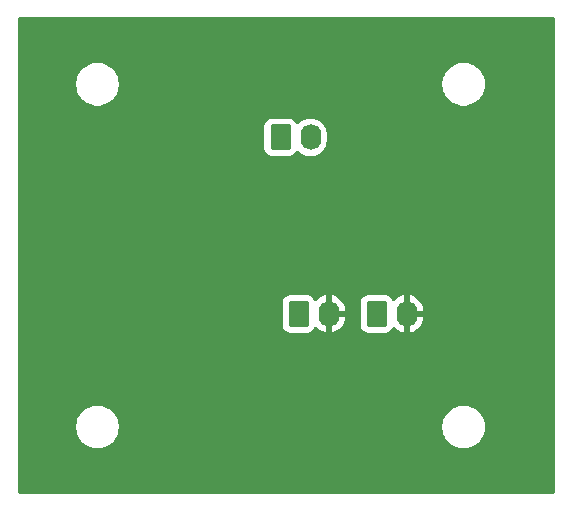
<source format=gbr>
G04 #@! TF.GenerationSoftware,KiCad,Pcbnew,8.0.0*
G04 #@! TF.CreationDate,2024-03-03T20:56:18-06:00*
G04 #@! TF.ProjectId,Haptic Feeback board,48617074-6963-4204-9665-656261636b20,rev?*
G04 #@! TF.SameCoordinates,Original*
G04 #@! TF.FileFunction,Copper,L2,Bot*
G04 #@! TF.FilePolarity,Positive*
%FSLAX46Y46*%
G04 Gerber Fmt 4.6, Leading zero omitted, Abs format (unit mm)*
G04 Created by KiCad (PCBNEW 8.0.0) date 2024-03-03 20:56:18*
%MOMM*%
%LPD*%
G01*
G04 APERTURE LIST*
G04 Aperture macros list*
%AMRoundRect*
0 Rectangle with rounded corners*
0 $1 Rounding radius*
0 $2 $3 $4 $5 $6 $7 $8 $9 X,Y pos of 4 corners*
0 Add a 4 corners polygon primitive as box body*
4,1,4,$2,$3,$4,$5,$6,$7,$8,$9,$2,$3,0*
0 Add four circle primitives for the rounded corners*
1,1,$1+$1,$2,$3*
1,1,$1+$1,$4,$5*
1,1,$1+$1,$6,$7*
1,1,$1+$1,$8,$9*
0 Add four rect primitives between the rounded corners*
20,1,$1+$1,$2,$3,$4,$5,0*
20,1,$1+$1,$4,$5,$6,$7,0*
20,1,$1+$1,$6,$7,$8,$9,0*
20,1,$1+$1,$8,$9,$2,$3,0*%
G04 Aperture macros list end*
G04 #@! TA.AperFunction,ComponentPad*
%ADD10RoundRect,0.250000X-0.620000X-0.845000X0.620000X-0.845000X0.620000X0.845000X-0.620000X0.845000X0*%
G04 #@! TD*
G04 #@! TA.AperFunction,ComponentPad*
%ADD11O,1.740000X2.190000*%
G04 #@! TD*
G04 #@! TA.AperFunction,ViaPad*
%ADD12C,0.800000*%
G04 #@! TD*
G04 APERTURE END LIST*
D10*
G04 #@! TO.P,J2,1,Pin_1*
G04 #@! TO.N,/MCU*
X140995400Y-87497600D03*
D11*
G04 #@! TO.P,J2,2,Pin_2*
G04 #@! TO.N,/GPIO*
X143535400Y-87497600D03*
G04 #@! TD*
D10*
G04 #@! TO.P,M2,1,Pin_1*
G04 #@! TO.N,/Motor1*
X149148800Y-102438200D03*
D11*
G04 #@! TO.P,M2,2,Pin_2*
G04 #@! TO.N,GND*
X151688800Y-102438200D03*
G04 #@! TD*
D10*
G04 #@! TO.P,M1,1,Pin_1*
G04 #@! TO.N,/Motor1*
X142544800Y-102432800D03*
D11*
G04 #@! TO.P,M1,2,Pin_2*
G04 #@! TO.N,GND*
X145084800Y-102432800D03*
G04 #@! TD*
D12*
G04 #@! TO.N,GND*
X132500000Y-88000000D03*
X140500000Y-107500000D03*
X141000000Y-95000000D03*
X152000000Y-88000000D03*
G04 #@! TD*
G04 #@! TA.AperFunction,Conductor*
G04 #@! TO.N,GND*
G36*
X164142539Y-77320185D02*
G01*
X164188294Y-77372989D01*
X164199500Y-77424500D01*
X164199500Y-117575500D01*
X164179815Y-117642539D01*
X164127011Y-117688294D01*
X164075500Y-117699500D01*
X118924500Y-117699500D01*
X118857461Y-117679815D01*
X118811706Y-117627011D01*
X118800500Y-117575500D01*
X118800500Y-112118004D01*
X123699500Y-112118004D01*
X123699501Y-112118020D01*
X123730306Y-112352010D01*
X123791394Y-112579993D01*
X123881714Y-112798045D01*
X123881719Y-112798056D01*
X123952677Y-112920957D01*
X123999727Y-113002450D01*
X123999729Y-113002453D01*
X123999730Y-113002454D01*
X124143406Y-113189697D01*
X124143412Y-113189704D01*
X124310295Y-113356587D01*
X124310301Y-113356592D01*
X124497550Y-113500273D01*
X124628918Y-113576118D01*
X124701943Y-113618280D01*
X124701948Y-113618282D01*
X124701951Y-113618284D01*
X124920007Y-113708606D01*
X125147986Y-113769693D01*
X125381989Y-113800500D01*
X125381996Y-113800500D01*
X125618004Y-113800500D01*
X125618011Y-113800500D01*
X125852014Y-113769693D01*
X126079993Y-113708606D01*
X126298049Y-113618284D01*
X126502450Y-113500273D01*
X126689699Y-113356592D01*
X126856592Y-113189699D01*
X127000273Y-113002450D01*
X127118284Y-112798049D01*
X127208606Y-112579993D01*
X127269693Y-112352014D01*
X127300500Y-112118011D01*
X127300500Y-112118004D01*
X154699500Y-112118004D01*
X154699501Y-112118020D01*
X154730306Y-112352010D01*
X154791394Y-112579993D01*
X154881714Y-112798045D01*
X154881719Y-112798056D01*
X154952677Y-112920957D01*
X154999727Y-113002450D01*
X154999729Y-113002453D01*
X154999730Y-113002454D01*
X155143406Y-113189697D01*
X155143412Y-113189704D01*
X155310295Y-113356587D01*
X155310301Y-113356592D01*
X155497550Y-113500273D01*
X155628918Y-113576118D01*
X155701943Y-113618280D01*
X155701948Y-113618282D01*
X155701951Y-113618284D01*
X155920007Y-113708606D01*
X156147986Y-113769693D01*
X156381989Y-113800500D01*
X156381996Y-113800500D01*
X156618004Y-113800500D01*
X156618011Y-113800500D01*
X156852014Y-113769693D01*
X157079993Y-113708606D01*
X157298049Y-113618284D01*
X157502450Y-113500273D01*
X157689699Y-113356592D01*
X157856592Y-113189699D01*
X158000273Y-113002450D01*
X158118284Y-112798049D01*
X158208606Y-112579993D01*
X158269693Y-112352014D01*
X158300500Y-112118011D01*
X158300500Y-111881989D01*
X158269693Y-111647986D01*
X158208606Y-111420007D01*
X158118284Y-111201951D01*
X158118282Y-111201948D01*
X158118280Y-111201943D01*
X158076118Y-111128918D01*
X158000273Y-110997550D01*
X157856592Y-110810301D01*
X157856587Y-110810295D01*
X157689704Y-110643412D01*
X157689697Y-110643406D01*
X157502454Y-110499730D01*
X157502453Y-110499729D01*
X157502450Y-110499727D01*
X157420957Y-110452677D01*
X157298056Y-110381719D01*
X157298045Y-110381714D01*
X157079993Y-110291394D01*
X156852010Y-110230306D01*
X156618020Y-110199501D01*
X156618017Y-110199500D01*
X156618011Y-110199500D01*
X156381989Y-110199500D01*
X156381983Y-110199500D01*
X156381979Y-110199501D01*
X156147989Y-110230306D01*
X155920006Y-110291394D01*
X155701954Y-110381714D01*
X155701943Y-110381719D01*
X155497545Y-110499730D01*
X155310302Y-110643406D01*
X155310295Y-110643412D01*
X155143412Y-110810295D01*
X155143406Y-110810302D01*
X154999730Y-110997545D01*
X154881719Y-111201943D01*
X154881714Y-111201954D01*
X154791394Y-111420006D01*
X154730306Y-111647989D01*
X154699501Y-111881979D01*
X154699500Y-111881995D01*
X154699500Y-112118004D01*
X127300500Y-112118004D01*
X127300500Y-111881989D01*
X127269693Y-111647986D01*
X127208606Y-111420007D01*
X127118284Y-111201951D01*
X127118282Y-111201948D01*
X127118280Y-111201943D01*
X127076118Y-111128918D01*
X127000273Y-110997550D01*
X126856592Y-110810301D01*
X126856587Y-110810295D01*
X126689704Y-110643412D01*
X126689697Y-110643406D01*
X126502454Y-110499730D01*
X126502453Y-110499729D01*
X126502450Y-110499727D01*
X126420957Y-110452677D01*
X126298056Y-110381719D01*
X126298045Y-110381714D01*
X126079993Y-110291394D01*
X125852010Y-110230306D01*
X125618020Y-110199501D01*
X125618017Y-110199500D01*
X125618011Y-110199500D01*
X125381989Y-110199500D01*
X125381983Y-110199500D01*
X125381979Y-110199501D01*
X125147989Y-110230306D01*
X124920006Y-110291394D01*
X124701954Y-110381714D01*
X124701943Y-110381719D01*
X124497545Y-110499730D01*
X124310302Y-110643406D01*
X124310295Y-110643412D01*
X124143412Y-110810295D01*
X124143406Y-110810302D01*
X123999730Y-110997545D01*
X123881719Y-111201943D01*
X123881714Y-111201954D01*
X123791394Y-111420006D01*
X123730306Y-111647989D01*
X123699501Y-111881979D01*
X123699500Y-111881995D01*
X123699500Y-112118004D01*
X118800500Y-112118004D01*
X118800500Y-103327801D01*
X141174300Y-103327801D01*
X141174301Y-103327818D01*
X141184800Y-103430596D01*
X141184801Y-103430599D01*
X141222574Y-103544588D01*
X141239986Y-103597134D01*
X141332088Y-103746456D01*
X141456144Y-103870512D01*
X141605466Y-103962614D01*
X141772003Y-104017799D01*
X141874791Y-104028300D01*
X143214808Y-104028299D01*
X143317597Y-104017799D01*
X143484134Y-103962614D01*
X143633456Y-103870512D01*
X143757512Y-103746456D01*
X143849614Y-103597134D01*
X143849617Y-103597123D01*
X143850153Y-103595977D01*
X143850734Y-103595316D01*
X143853405Y-103590987D01*
X143854144Y-103591443D01*
X143896321Y-103543534D01*
X143963513Y-103524377D01*
X144030396Y-103544588D01*
X144050220Y-103560692D01*
X144192302Y-103702774D01*
X144366763Y-103829528D01*
X144558898Y-103927427D01*
X144763990Y-103994066D01*
X144834800Y-104005281D01*
X144834800Y-102975509D01*
X144855139Y-102987252D01*
X145006467Y-103027800D01*
X145163133Y-103027800D01*
X145314461Y-102987252D01*
X145334800Y-102975509D01*
X145334800Y-104005280D01*
X145405609Y-103994066D01*
X145610701Y-103927427D01*
X145802836Y-103829528D01*
X145977296Y-103702774D01*
X145977297Y-103702774D01*
X146129774Y-103550297D01*
X146129774Y-103550296D01*
X146256528Y-103375836D01*
X146278252Y-103333201D01*
X147778300Y-103333201D01*
X147778301Y-103333218D01*
X147788800Y-103435996D01*
X147788801Y-103435999D01*
X147826574Y-103549988D01*
X147843986Y-103602534D01*
X147936088Y-103751856D01*
X148060144Y-103875912D01*
X148209466Y-103968014D01*
X148376003Y-104023199D01*
X148478791Y-104033700D01*
X149818808Y-104033699D01*
X149921597Y-104023199D01*
X150088134Y-103968014D01*
X150237456Y-103875912D01*
X150361512Y-103751856D01*
X150453614Y-103602534D01*
X150453617Y-103602523D01*
X150454153Y-103601377D01*
X150454734Y-103600716D01*
X150457405Y-103596387D01*
X150458144Y-103596843D01*
X150500321Y-103548934D01*
X150567513Y-103529777D01*
X150634396Y-103549988D01*
X150654220Y-103566092D01*
X150796302Y-103708174D01*
X150970763Y-103834928D01*
X151162898Y-103932827D01*
X151367990Y-103999466D01*
X151438800Y-104010681D01*
X151438800Y-102980909D01*
X151459139Y-102992652D01*
X151610467Y-103033200D01*
X151767133Y-103033200D01*
X151918461Y-102992652D01*
X151938800Y-102980909D01*
X151938800Y-104010680D01*
X152009609Y-103999466D01*
X152214701Y-103932827D01*
X152406836Y-103834928D01*
X152581296Y-103708174D01*
X152581297Y-103708174D01*
X152733774Y-103555697D01*
X152733774Y-103555696D01*
X152860528Y-103381236D01*
X152958427Y-103189101D01*
X153025065Y-102984009D01*
X153058800Y-102771020D01*
X153058800Y-102688200D01*
X152231509Y-102688200D01*
X152243252Y-102667861D01*
X152283800Y-102516533D01*
X152283800Y-102359867D01*
X152243252Y-102208539D01*
X152231509Y-102188200D01*
X153058800Y-102188200D01*
X153058800Y-102105379D01*
X153025065Y-101892390D01*
X152958427Y-101687298D01*
X152860528Y-101495163D01*
X152733774Y-101320703D01*
X152733774Y-101320702D01*
X152581297Y-101168225D01*
X152406836Y-101041471D01*
X152214699Y-100943572D01*
X152009605Y-100876933D01*
X151938800Y-100865718D01*
X151938800Y-101895490D01*
X151918461Y-101883748D01*
X151767133Y-101843200D01*
X151610467Y-101843200D01*
X151459139Y-101883748D01*
X151438800Y-101895490D01*
X151438800Y-100865718D01*
X151438799Y-100865718D01*
X151367994Y-100876933D01*
X151162900Y-100943572D01*
X150970763Y-101041471D01*
X150796306Y-101168222D01*
X150654220Y-101310308D01*
X150592897Y-101343792D01*
X150523205Y-101338808D01*
X150467272Y-101296936D01*
X150454156Y-101275028D01*
X150453616Y-101273870D01*
X150451000Y-101269628D01*
X150361512Y-101124544D01*
X150237456Y-101000488D01*
X150088134Y-100908386D01*
X149921597Y-100853201D01*
X149921595Y-100853200D01*
X149818810Y-100842700D01*
X148478798Y-100842700D01*
X148478781Y-100842701D01*
X148376003Y-100853200D01*
X148376000Y-100853201D01*
X148209468Y-100908385D01*
X148209463Y-100908387D01*
X148060142Y-101000489D01*
X147936089Y-101124542D01*
X147843987Y-101273863D01*
X147843985Y-101273868D01*
X147831910Y-101310308D01*
X147788801Y-101440403D01*
X147788801Y-101440404D01*
X147788800Y-101440404D01*
X147778300Y-101543183D01*
X147778300Y-103333201D01*
X146278252Y-103333201D01*
X146354427Y-103183701D01*
X146421065Y-102978609D01*
X146454800Y-102765620D01*
X146454800Y-102682800D01*
X145627509Y-102682800D01*
X145639252Y-102662461D01*
X145679800Y-102511133D01*
X145679800Y-102354467D01*
X145639252Y-102203139D01*
X145627509Y-102182800D01*
X146454800Y-102182800D01*
X146454800Y-102099979D01*
X146421065Y-101886990D01*
X146354427Y-101681898D01*
X146256528Y-101489763D01*
X146129774Y-101315303D01*
X146129774Y-101315302D01*
X145977297Y-101162825D01*
X145802836Y-101036071D01*
X145610699Y-100938172D01*
X145405605Y-100871533D01*
X145334800Y-100860318D01*
X145334800Y-101890090D01*
X145314461Y-101878348D01*
X145163133Y-101837800D01*
X145006467Y-101837800D01*
X144855139Y-101878348D01*
X144834800Y-101890090D01*
X144834800Y-100860318D01*
X144834799Y-100860318D01*
X144763994Y-100871533D01*
X144558900Y-100938172D01*
X144366763Y-101036071D01*
X144192306Y-101162822D01*
X144050220Y-101304908D01*
X143988897Y-101338392D01*
X143919205Y-101333408D01*
X143863272Y-101291536D01*
X143850156Y-101269628D01*
X143849616Y-101268470D01*
X143784454Y-101162825D01*
X143757512Y-101119144D01*
X143633456Y-100995088D01*
X143540688Y-100937869D01*
X143484136Y-100902987D01*
X143484131Y-100902985D01*
X143482662Y-100902498D01*
X143317597Y-100847801D01*
X143317595Y-100847800D01*
X143214810Y-100837300D01*
X141874798Y-100837300D01*
X141874781Y-100837301D01*
X141772003Y-100847800D01*
X141772000Y-100847801D01*
X141605468Y-100902985D01*
X141605463Y-100902987D01*
X141456142Y-100995089D01*
X141332089Y-101119142D01*
X141239987Y-101268463D01*
X141239985Y-101268468D01*
X141232341Y-101291536D01*
X141184801Y-101435003D01*
X141184801Y-101435004D01*
X141184800Y-101435004D01*
X141174300Y-101537783D01*
X141174300Y-103327801D01*
X118800500Y-103327801D01*
X118800500Y-88392601D01*
X139624900Y-88392601D01*
X139624901Y-88392618D01*
X139635400Y-88495396D01*
X139635401Y-88495399D01*
X139672984Y-88608816D01*
X139690586Y-88661934D01*
X139782688Y-88811256D01*
X139906744Y-88935312D01*
X140056066Y-89027414D01*
X140222603Y-89082599D01*
X140325391Y-89093100D01*
X141665408Y-89093099D01*
X141768197Y-89082599D01*
X141934734Y-89027414D01*
X142084056Y-88935312D01*
X142208112Y-88811256D01*
X142300214Y-88661934D01*
X142300217Y-88661922D01*
X142300529Y-88661257D01*
X142300869Y-88660869D01*
X142304005Y-88655787D01*
X142304873Y-88656322D01*
X142346699Y-88608816D01*
X142413891Y-88589660D01*
X142480773Y-88609872D01*
X142500595Y-88625975D01*
X142642579Y-88767959D01*
X142817101Y-88894757D01*
X143009311Y-88992692D01*
X143214474Y-89059354D01*
X143294373Y-89072008D01*
X143427534Y-89093100D01*
X143427539Y-89093100D01*
X143643266Y-89093100D01*
X143761630Y-89074352D01*
X143856326Y-89059354D01*
X144061489Y-88992692D01*
X144253699Y-88894757D01*
X144428221Y-88767959D01*
X144580759Y-88615421D01*
X144707557Y-88440899D01*
X144805492Y-88248689D01*
X144872154Y-88043526D01*
X144887152Y-87948830D01*
X144905900Y-87830466D01*
X144905900Y-87164733D01*
X144872154Y-86951677D01*
X144872154Y-86951674D01*
X144805492Y-86746511D01*
X144707557Y-86554301D01*
X144580759Y-86379779D01*
X144428221Y-86227241D01*
X144253699Y-86100443D01*
X144061489Y-86002508D01*
X143856326Y-85935846D01*
X143856324Y-85935845D01*
X143856322Y-85935845D01*
X143643266Y-85902100D01*
X143643261Y-85902100D01*
X143427539Y-85902100D01*
X143427534Y-85902100D01*
X143214477Y-85935845D01*
X143009308Y-86002509D01*
X142817100Y-86100443D01*
X142642580Y-86227240D01*
X142500595Y-86369225D01*
X142439272Y-86402709D01*
X142369580Y-86397725D01*
X142313647Y-86355853D01*
X142300532Y-86333948D01*
X142300215Y-86333269D01*
X142300214Y-86333268D01*
X142300214Y-86333266D01*
X142208112Y-86183944D01*
X142084056Y-86059888D01*
X141934734Y-85967786D01*
X141768197Y-85912601D01*
X141768195Y-85912600D01*
X141665410Y-85902100D01*
X140325398Y-85902100D01*
X140325381Y-85902101D01*
X140222603Y-85912600D01*
X140222600Y-85912601D01*
X140056068Y-85967785D01*
X140056063Y-85967787D01*
X139906742Y-86059889D01*
X139782689Y-86183942D01*
X139690587Y-86333263D01*
X139690586Y-86333266D01*
X139635401Y-86499803D01*
X139635401Y-86499804D01*
X139635400Y-86499804D01*
X139624900Y-86602583D01*
X139624900Y-88392601D01*
X118800500Y-88392601D01*
X118800500Y-83118004D01*
X123699500Y-83118004D01*
X123699501Y-83118020D01*
X123730306Y-83352010D01*
X123791394Y-83579993D01*
X123881714Y-83798045D01*
X123881719Y-83798056D01*
X123952677Y-83920957D01*
X123999727Y-84002450D01*
X123999729Y-84002453D01*
X123999730Y-84002454D01*
X124143406Y-84189697D01*
X124143412Y-84189704D01*
X124310295Y-84356587D01*
X124310301Y-84356592D01*
X124497550Y-84500273D01*
X124628918Y-84576118D01*
X124701943Y-84618280D01*
X124701948Y-84618282D01*
X124701951Y-84618284D01*
X124920007Y-84708606D01*
X125147986Y-84769693D01*
X125381989Y-84800500D01*
X125381996Y-84800500D01*
X125618004Y-84800500D01*
X125618011Y-84800500D01*
X125852014Y-84769693D01*
X126079993Y-84708606D01*
X126298049Y-84618284D01*
X126502450Y-84500273D01*
X126689699Y-84356592D01*
X126856592Y-84189699D01*
X127000273Y-84002450D01*
X127118284Y-83798049D01*
X127208606Y-83579993D01*
X127269693Y-83352014D01*
X127300500Y-83118011D01*
X127300500Y-83118004D01*
X154699500Y-83118004D01*
X154699501Y-83118020D01*
X154730306Y-83352010D01*
X154791394Y-83579993D01*
X154881714Y-83798045D01*
X154881719Y-83798056D01*
X154952677Y-83920957D01*
X154999727Y-84002450D01*
X154999729Y-84002453D01*
X154999730Y-84002454D01*
X155143406Y-84189697D01*
X155143412Y-84189704D01*
X155310295Y-84356587D01*
X155310301Y-84356592D01*
X155497550Y-84500273D01*
X155628918Y-84576118D01*
X155701943Y-84618280D01*
X155701948Y-84618282D01*
X155701951Y-84618284D01*
X155920007Y-84708606D01*
X156147986Y-84769693D01*
X156381989Y-84800500D01*
X156381996Y-84800500D01*
X156618004Y-84800500D01*
X156618011Y-84800500D01*
X156852014Y-84769693D01*
X157079993Y-84708606D01*
X157298049Y-84618284D01*
X157502450Y-84500273D01*
X157689699Y-84356592D01*
X157856592Y-84189699D01*
X158000273Y-84002450D01*
X158118284Y-83798049D01*
X158208606Y-83579993D01*
X158269693Y-83352014D01*
X158300500Y-83118011D01*
X158300500Y-82881989D01*
X158269693Y-82647986D01*
X158208606Y-82420007D01*
X158118284Y-82201951D01*
X158118282Y-82201948D01*
X158118280Y-82201943D01*
X158076118Y-82128918D01*
X158000273Y-81997550D01*
X157856592Y-81810301D01*
X157856587Y-81810295D01*
X157689704Y-81643412D01*
X157689697Y-81643406D01*
X157502454Y-81499730D01*
X157502453Y-81499729D01*
X157502450Y-81499727D01*
X157420957Y-81452677D01*
X157298056Y-81381719D01*
X157298045Y-81381714D01*
X157079993Y-81291394D01*
X156852010Y-81230306D01*
X156618020Y-81199501D01*
X156618017Y-81199500D01*
X156618011Y-81199500D01*
X156381989Y-81199500D01*
X156381983Y-81199500D01*
X156381979Y-81199501D01*
X156147989Y-81230306D01*
X155920006Y-81291394D01*
X155701954Y-81381714D01*
X155701943Y-81381719D01*
X155497545Y-81499730D01*
X155310302Y-81643406D01*
X155310295Y-81643412D01*
X155143412Y-81810295D01*
X155143406Y-81810302D01*
X154999730Y-81997545D01*
X154881719Y-82201943D01*
X154881714Y-82201954D01*
X154791394Y-82420006D01*
X154730306Y-82647989D01*
X154699501Y-82881979D01*
X154699500Y-82881995D01*
X154699500Y-83118004D01*
X127300500Y-83118004D01*
X127300500Y-82881989D01*
X127269693Y-82647986D01*
X127208606Y-82420007D01*
X127118284Y-82201951D01*
X127118282Y-82201948D01*
X127118280Y-82201943D01*
X127076118Y-82128918D01*
X127000273Y-81997550D01*
X126856592Y-81810301D01*
X126856587Y-81810295D01*
X126689704Y-81643412D01*
X126689697Y-81643406D01*
X126502454Y-81499730D01*
X126502453Y-81499729D01*
X126502450Y-81499727D01*
X126420957Y-81452677D01*
X126298056Y-81381719D01*
X126298045Y-81381714D01*
X126079993Y-81291394D01*
X125852010Y-81230306D01*
X125618020Y-81199501D01*
X125618017Y-81199500D01*
X125618011Y-81199500D01*
X125381989Y-81199500D01*
X125381983Y-81199500D01*
X125381979Y-81199501D01*
X125147989Y-81230306D01*
X124920006Y-81291394D01*
X124701954Y-81381714D01*
X124701943Y-81381719D01*
X124497545Y-81499730D01*
X124310302Y-81643406D01*
X124310295Y-81643412D01*
X124143412Y-81810295D01*
X124143406Y-81810302D01*
X123999730Y-81997545D01*
X123881719Y-82201943D01*
X123881714Y-82201954D01*
X123791394Y-82420006D01*
X123730306Y-82647989D01*
X123699501Y-82881979D01*
X123699500Y-82881995D01*
X123699500Y-83118004D01*
X118800500Y-83118004D01*
X118800500Y-77424500D01*
X118820185Y-77357461D01*
X118872989Y-77311706D01*
X118924500Y-77300500D01*
X164075500Y-77300500D01*
X164142539Y-77320185D01*
G37*
G04 #@! TD.AperFunction*
G04 #@! TD*
M02*

</source>
